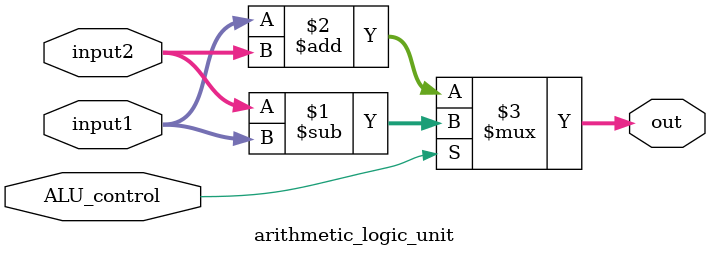
<source format=v>
module arithmetic_logic_unit(
	input wire ALU_control,
	input wire[7:0] input1,
	input wire[7:0] input2,
	output wire[7:0] out
);

	assign out = ALU_control ? input2 - input1 : input1 + input2;

endmodule 
</source>
